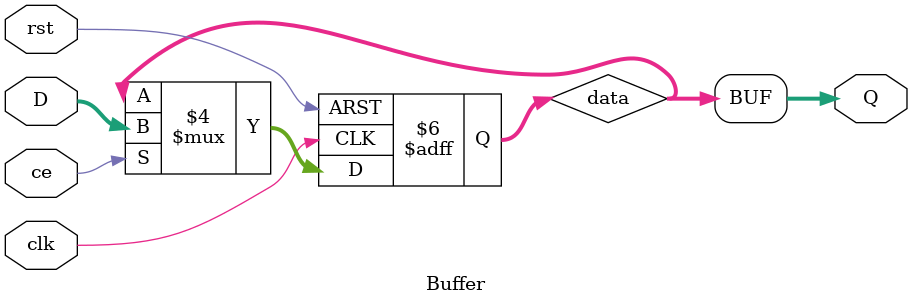
<source format=v>
module Buffer #(
	parameter Width = 8,
	parameter Init = 0
)(
	input clk,
	input rst,
	input ce,
	input [Width-1:0]D,
	output [Width-1:0]Q
);


	
	reg [Width-1 : 0] data = Init;
	
	assign Q = data;
	
	always @(posedge rst or posedge clk)
	begin
		if (rst)
		begin
			data = Init;
		end
		else if(ce)
		begin
			data = D;
		end
	end

endmodule

</source>
